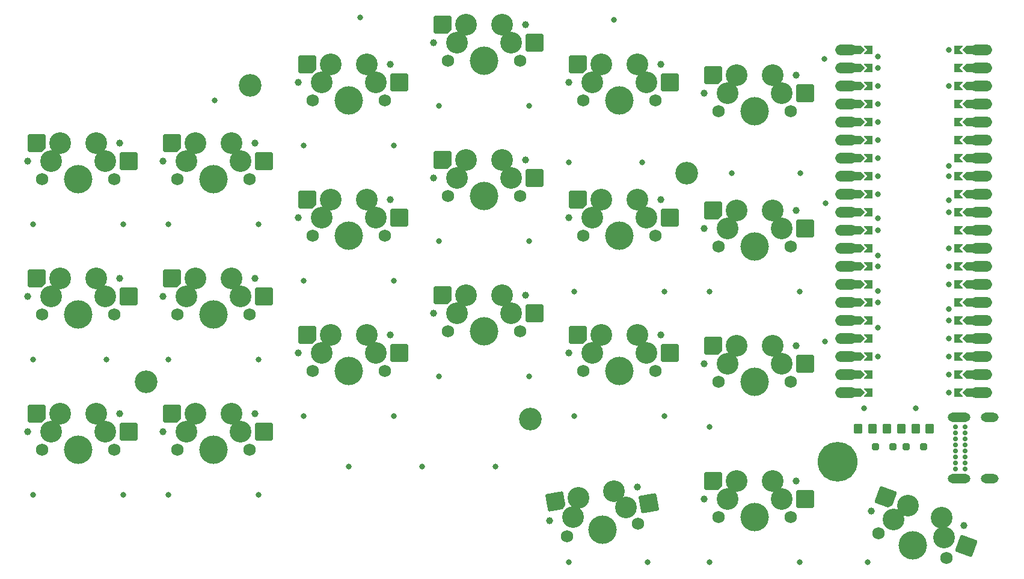
<source format=gts>
%TF.GenerationSoftware,KiCad,Pcbnew,8.0.1*%
%TF.CreationDate,2024-04-05T15:46:44+03:00*%
%TF.ProjectId,dedekind,64656465-6b69-46e6-942e-6b696361645f,rev?*%
%TF.SameCoordinates,Original*%
%TF.FileFunction,Soldermask,Top*%
%TF.FilePolarity,Negative*%
%FSLAX46Y46*%
G04 Gerber Fmt 4.6, Leading zero omitted, Abs format (unit mm)*
G04 Created by KiCad (PCBNEW 8.0.1) date 2024-04-05 15:46:44*
%MOMM*%
%LPD*%
G01*
G04 APERTURE LIST*
G04 Aperture macros list*
%AMRoundRect*
0 Rectangle with rounded corners*
0 $1 Rounding radius*
0 $2 $3 $4 $5 $6 $7 $8 $9 X,Y pos of 4 corners*
0 Add a 4 corners polygon primitive as box body*
4,1,4,$2,$3,$4,$5,$6,$7,$8,$9,$2,$3,0*
0 Add four circle primitives for the rounded corners*
1,1,$1+$1,$2,$3*
1,1,$1+$1,$4,$5*
1,1,$1+$1,$6,$7*
1,1,$1+$1,$8,$9*
0 Add four rect primitives between the rounded corners*
20,1,$1+$1,$2,$3,$4,$5,0*
20,1,$1+$1,$4,$5,$6,$7,0*
20,1,$1+$1,$6,$7,$8,$9,0*
20,1,$1+$1,$8,$9,$2,$3,0*%
%AMFreePoly0*
4,1,18,-1.275000,1.000000,-1.255970,1.095671,-1.201777,1.176777,-1.120671,1.230970,-1.025000,1.250000,1.025000,1.250000,1.120671,1.230970,1.201777,1.176777,1.255970,1.095671,1.275000,1.000000,1.275000,-0.750000,0.775000,-1.250000,-1.025000,-1.250000,-1.120671,-1.230970,-1.201777,-1.176777,-1.255970,-1.095671,-1.275000,-1.000000,-1.275000,1.000000,-1.275000,1.000000,$1*%
%AMFreePoly1*
4,1,36,0.837070,0.744929,1.006515,0.704769,1.162132,0.626616,1.196235,0.598000,2.021600,0.598000,2.079451,0.576944,2.085240,0.571640,2.593240,0.063640,2.619258,0.007844,2.603324,-0.051622,2.593240,-0.063640,2.085240,-0.571640,2.029444,-0.597658,2.021600,-0.598000,1.196411,-0.598000,1.086599,-0.670224,0.922962,-0.729784,0.750000,-0.750000,0.000000,-0.750000,-0.750000,-0.750000,
-0.837070,-0.744929,-1.006515,-0.704769,-1.162132,-0.626616,-1.295530,-0.514681,-1.399519,-0.375000,-1.468492,-0.215102,-1.498731,-0.043609,-1.488606,0.130236,-1.438662,0.297060,-1.351592,0.447869,-1.232091,0.574533,-1.086599,0.670224,-0.922962,0.729784,-0.750000,0.750000,0.750000,0.750000,0.837070,0.744929,0.837070,0.744929,$1*%
%AMFreePoly2*
4,1,20,0.808779,0.580902,0.845106,0.530902,0.845106,0.469098,0.820711,0.429289,0.391422,0.000000,0.820711,-0.429289,0.848769,-0.484357,0.839101,-0.545399,0.795399,-0.589101,0.750000,-0.600000,-0.250000,-0.600000,-0.308779,-0.580902,-0.345106,-0.530902,-0.350000,-0.500000,-0.350000,0.500000,-0.330902,0.558779,-0.280902,0.595106,-0.250000,0.600000,0.750000,0.600000,0.808779,0.580902,
0.808779,0.580902,$1*%
G04 Aperture macros list end*
%ADD10C,1.750000*%
%ADD11C,3.050000*%
%ADD12C,4.000000*%
%ADD13C,1.000000*%
%ADD14RoundRect,0.250000X-1.025000X-1.000000X1.025000X-1.000000X1.025000X1.000000X-1.025000X1.000000X0*%
%ADD15FreePoly0,0.000000*%
%ADD16RoundRect,0.250000X-0.350000X-0.450000X0.350000X-0.450000X0.350000X0.450000X-0.350000X0.450000X0*%
%ADD17RoundRect,0.250000X0.350000X0.450000X-0.350000X0.450000X-0.350000X-0.450000X0.350000X-0.450000X0*%
%ADD18C,0.700000*%
%ADD19O,3.200000X1.300000*%
%ADD20O,2.500000X1.300000*%
%ADD21C,5.600000*%
%ADD22C,3.200000*%
%ADD23FreePoly1,0.000000*%
%ADD24FreePoly1,180.000000*%
%ADD25FreePoly2,0.000000*%
%ADD26FreePoly2,180.000000*%
%ADD27RoundRect,0.250000X0.250000X0.250000X-0.250000X0.250000X-0.250000X-0.250000X0.250000X-0.250000X0*%
%ADD28RoundRect,0.250000X-0.835780X-1.162797X1.183076X-0.806818X0.835780X1.162797X-1.183076X0.806818X0*%
%ADD29FreePoly0,10.000000*%
%ADD30RoundRect,0.250000X-1.305205X-0.589122X0.621165X-1.290263X1.305205X0.589122X-0.621165X1.290263X0*%
%ADD31FreePoly0,340.000000*%
%ADD32C,0.800000*%
G04 APERTURE END LIST*
D10*
%TO.C,SW16*%
X139382500Y-97631250D03*
X139382500Y-97631250D03*
D11*
X140652500Y-95091250D03*
X141922500Y-92551250D03*
D12*
X144462500Y-97631250D03*
D11*
X147002500Y-92551250D03*
X148272500Y-95091250D03*
D10*
X149542500Y-97631250D03*
X149542500Y-97631250D03*
D13*
X150304500Y-92551250D03*
X151547500Y-95091250D03*
D14*
X151547500Y-95091250D03*
D13*
X137377500Y-95091250D03*
X138620500Y-92551250D03*
D15*
X138620500Y-92551250D03*
%TD*%
D10*
%TO.C,SW4*%
X139382500Y-59531250D03*
X139382500Y-59531250D03*
D11*
X140652500Y-56991250D03*
X141922500Y-54451250D03*
D12*
X144462500Y-59531250D03*
D11*
X147002500Y-54451250D03*
X148272500Y-56991250D03*
D10*
X149542500Y-59531250D03*
X149542500Y-59531250D03*
D13*
X150304500Y-54451250D03*
X151547500Y-56991250D03*
D14*
X151547500Y-56991250D03*
D13*
X137377500Y-56991250D03*
X138620500Y-54451250D03*
D15*
X138620500Y-54451250D03*
%TD*%
D16*
%TO.C,JP1*%
X203216000Y-111379000D03*
X205216000Y-111379000D03*
D17*
X207216000Y-111379000D03*
%TD*%
D18*
%TO.C,J1*%
X210850000Y-117021000D03*
X210850000Y-116171000D03*
X210850000Y-115321000D03*
X210850000Y-114471000D03*
X210850000Y-113621000D03*
X210850000Y-112771000D03*
X210850000Y-111921000D03*
X210850000Y-111071000D03*
X212200000Y-111071000D03*
X212200000Y-111921000D03*
X212200000Y-112771000D03*
X212200000Y-113621000D03*
X212200000Y-114471000D03*
X212200000Y-115321000D03*
X212200000Y-116171000D03*
X212200000Y-117021000D03*
D19*
X211350000Y-118366000D03*
D20*
X215675000Y-118366000D03*
D19*
X211350000Y-109726000D03*
D20*
X215675000Y-109726000D03*
%TD*%
D10*
%TO.C,SW5*%
X158432500Y-65087500D03*
X158432500Y-65087500D03*
D11*
X159702500Y-62547500D03*
X160972500Y-60007500D03*
D12*
X163512500Y-65087500D03*
D11*
X166052500Y-60007500D03*
X167322500Y-62547500D03*
D10*
X168592500Y-65087500D03*
X168592500Y-65087500D03*
D13*
X169354500Y-60007500D03*
X170597500Y-62547500D03*
D14*
X170597500Y-62547500D03*
D13*
X156427500Y-62547500D03*
X157670500Y-60007500D03*
D15*
X157670500Y-60007500D03*
%TD*%
D10*
%TO.C,SW1*%
X82232500Y-76200000D03*
X82232500Y-76200000D03*
D11*
X83502500Y-73660000D03*
X84772500Y-71120000D03*
D12*
X87312500Y-76200000D03*
D11*
X89852500Y-71120000D03*
X91122500Y-73660000D03*
D10*
X92392500Y-76200000D03*
X92392500Y-76200000D03*
D13*
X93154500Y-71120000D03*
X94397500Y-73660000D03*
D14*
X94397500Y-73660000D03*
D13*
X80227500Y-73660000D03*
X81470500Y-71120000D03*
D15*
X81470500Y-71120000D03*
%TD*%
D10*
%TO.C,SW15*%
X120332500Y-103187500D03*
X120332500Y-103187500D03*
D11*
X121602500Y-100647500D03*
X122872500Y-98107500D03*
D12*
X125412500Y-103187500D03*
D11*
X127952500Y-98107500D03*
X129222500Y-100647500D03*
D10*
X130492500Y-103187500D03*
X130492500Y-103187500D03*
D13*
X131254500Y-98107500D03*
X132497500Y-100647500D03*
D14*
X132497500Y-100647500D03*
D13*
X118327500Y-100647500D03*
X119570500Y-98107500D03*
D15*
X119570500Y-98107500D03*
%TD*%
D10*
%TO.C,SW6*%
X177482500Y-66675000D03*
X177482500Y-66675000D03*
D11*
X178752500Y-64135000D03*
X180022500Y-61595000D03*
D12*
X182562500Y-66675000D03*
D11*
X185102500Y-61595000D03*
X186372500Y-64135000D03*
D10*
X187642500Y-66675000D03*
X187642500Y-66675000D03*
D13*
X188404500Y-61595000D03*
X189647500Y-64135000D03*
D14*
X189647500Y-64135000D03*
D13*
X175477500Y-64135000D03*
X176720500Y-61595000D03*
D15*
X176720500Y-61595000D03*
%TD*%
D21*
%TO.C,H5*%
X194200000Y-116000000D03*
%TD*%
D22*
%TO.C,H4*%
X151000000Y-110000000D03*
%TD*%
D10*
%TO.C,SW18*%
X177482500Y-104775000D03*
X177482500Y-104775000D03*
D11*
X178752500Y-102235000D03*
X180022500Y-99695000D03*
D12*
X182562500Y-104775000D03*
D11*
X185102500Y-99695000D03*
X186372500Y-102235000D03*
D10*
X187642500Y-104775000D03*
X187642500Y-104775000D03*
D13*
X188404500Y-99695000D03*
X189647500Y-102235000D03*
D14*
X189647500Y-102235000D03*
D13*
X175477500Y-102235000D03*
X176720500Y-99695000D03*
D15*
X176720500Y-99695000D03*
%TD*%
D23*
%TO.C,U1*%
X195382091Y-58042727D03*
X195382091Y-60582727D03*
X195382091Y-63122727D03*
X195382091Y-65662727D03*
X195382091Y-68202727D03*
X195382091Y-70742727D03*
X195382091Y-73282727D03*
X195382091Y-75822727D03*
X195382091Y-78362727D03*
X195382091Y-80902727D03*
X195382091Y-83442727D03*
X195382091Y-85982727D03*
X195382091Y-88522727D03*
X195382091Y-91062727D03*
X195382091Y-93602727D03*
X195382091Y-96142727D03*
X195382091Y-98682727D03*
X195382091Y-101222727D03*
X195382091Y-103762727D03*
X195382091Y-106302727D03*
D24*
X214462091Y-58042727D03*
X214462091Y-60582727D03*
X214462091Y-63122727D03*
X214462091Y-65662727D03*
X214462091Y-68202727D03*
X214462091Y-70742727D03*
X214462091Y-73282727D03*
X214462091Y-75822727D03*
X214462091Y-78362727D03*
X214462091Y-80902727D03*
X214462091Y-83442727D03*
X214462091Y-85982727D03*
X214462091Y-88522727D03*
X214462091Y-91062727D03*
X214462091Y-93602727D03*
X214462091Y-96142727D03*
X214462091Y-98682727D03*
X214462091Y-101222727D03*
X214462091Y-103762727D03*
X214462091Y-106302727D03*
D25*
X211018091Y-58042727D03*
X211018091Y-60582727D03*
X211018091Y-63122727D03*
X211018091Y-65662727D03*
X211018091Y-68202727D03*
X211018091Y-70742727D03*
X211018091Y-73282727D03*
X211018091Y-75822727D03*
X211018091Y-78362727D03*
X211018091Y-80902727D03*
X211018091Y-83442727D03*
X211018091Y-85982727D03*
X211018091Y-88522727D03*
X211018091Y-91062727D03*
X211018091Y-93602727D03*
X211018091Y-96142727D03*
X211018091Y-98682727D03*
X211018091Y-101222727D03*
X211018091Y-103762727D03*
X211018091Y-106302727D03*
D26*
X198826091Y-106302727D03*
X198826091Y-103762727D03*
X198826091Y-101222727D03*
X198826091Y-98682727D03*
X198826091Y-96142727D03*
X198826091Y-93602727D03*
X198826091Y-91062727D03*
X198826091Y-88522727D03*
X198826091Y-85982727D03*
X198826091Y-83442727D03*
X198826091Y-80902727D03*
X198826091Y-78362727D03*
X198826091Y-75822727D03*
X198826091Y-73282727D03*
X198826091Y-70742727D03*
X198826091Y-68202727D03*
X198826091Y-65662727D03*
X198826091Y-63122727D03*
X198826091Y-60582727D03*
X198826091Y-58042727D03*
%TD*%
D10*
%TO.C,SW3*%
X120332500Y-65087500D03*
X120332500Y-65087500D03*
D11*
X121602500Y-62547500D03*
X122872500Y-60007500D03*
D12*
X125412500Y-65087500D03*
D11*
X127952500Y-60007500D03*
X129222500Y-62547500D03*
D10*
X130492500Y-65087500D03*
X130492500Y-65087500D03*
D13*
X131254500Y-60007500D03*
X132497500Y-62547500D03*
D14*
X132497500Y-62547500D03*
D13*
X118327500Y-62547500D03*
X119570500Y-60007500D03*
D15*
X119570500Y-60007500D03*
%TD*%
D10*
%TO.C,SW17*%
X158432500Y-103187500D03*
X158432500Y-103187500D03*
D11*
X159702500Y-100647500D03*
X160972500Y-98107500D03*
D12*
X163512500Y-103187500D03*
D11*
X166052500Y-98107500D03*
X167322500Y-100647500D03*
D10*
X168592500Y-103187500D03*
X168592500Y-103187500D03*
D13*
X169354500Y-98107500D03*
X170597500Y-100647500D03*
D14*
X170597500Y-100647500D03*
D13*
X156427500Y-100647500D03*
X157670500Y-98107500D03*
D15*
X157670500Y-98107500D03*
%TD*%
D10*
%TO.C,SW13*%
X82232500Y-114300000D03*
X82232500Y-114300000D03*
D11*
X83502500Y-111760000D03*
X84772500Y-109220000D03*
D12*
X87312500Y-114300000D03*
D11*
X89852500Y-109220000D03*
X91122500Y-111760000D03*
D10*
X92392500Y-114300000D03*
X92392500Y-114300000D03*
D13*
X93154500Y-109220000D03*
X94397500Y-111760000D03*
D14*
X94397500Y-111760000D03*
D13*
X80227500Y-111760000D03*
X81470500Y-109220000D03*
D15*
X81470500Y-109220000D03*
%TD*%
D10*
%TO.C,SW8*%
X101282500Y-95250000D03*
X101282500Y-95250000D03*
D11*
X102552500Y-92710000D03*
X103822500Y-90170000D03*
D12*
X106362500Y-95250000D03*
D11*
X108902500Y-90170000D03*
X110172500Y-92710000D03*
D10*
X111442500Y-95250000D03*
X111442500Y-95250000D03*
D13*
X112204500Y-90170000D03*
X113447500Y-92710000D03*
D14*
X113447500Y-92710000D03*
D13*
X99277500Y-92710000D03*
X100520500Y-90170000D03*
D15*
X100520500Y-90170000D03*
%TD*%
D10*
%TO.C,SW11*%
X158432500Y-84137500D03*
X158432500Y-84137500D03*
D11*
X159702500Y-81597500D03*
X160972500Y-79057500D03*
D12*
X163512500Y-84137500D03*
D11*
X166052500Y-79057500D03*
X167322500Y-81597500D03*
D10*
X168592500Y-84137500D03*
X168592500Y-84137500D03*
D13*
X169354500Y-79057500D03*
X170597500Y-81597500D03*
D14*
X170597500Y-81597500D03*
D13*
X156427500Y-81597500D03*
X157670500Y-79057500D03*
D15*
X157670500Y-79057500D03*
%TD*%
D22*
%TO.C,H2*%
X111500000Y-63000000D03*
%TD*%
D10*
%TO.C,SW2*%
X101282500Y-76200000D03*
X101282500Y-76200000D03*
D11*
X102552500Y-73660000D03*
X103822500Y-71120000D03*
D12*
X106362500Y-76200000D03*
D11*
X108902500Y-71120000D03*
X110172500Y-73660000D03*
D10*
X111442500Y-76200000D03*
X111442500Y-76200000D03*
D13*
X112204500Y-71120000D03*
X113447500Y-73660000D03*
D14*
X113447500Y-73660000D03*
D13*
X99277500Y-73660000D03*
X100520500Y-71120000D03*
D15*
X100520500Y-71120000D03*
%TD*%
D27*
%TO.C,D2*%
X206355000Y-113919000D03*
X203855000Y-113919000D03*
%TD*%
D10*
%TO.C,SW9*%
X120332500Y-84137500D03*
X120332500Y-84137500D03*
D11*
X121602500Y-81597500D03*
X122872500Y-79057500D03*
D12*
X125412500Y-84137500D03*
D11*
X127952500Y-79057500D03*
X129222500Y-81597500D03*
D10*
X130492500Y-84137500D03*
X130492500Y-84137500D03*
D13*
X131254500Y-79057500D03*
X132497500Y-81597500D03*
D14*
X132497500Y-81597500D03*
D13*
X118327500Y-81597500D03*
X119570500Y-79057500D03*
D15*
X119570500Y-79057500D03*
%TD*%
D10*
%TO.C,SW12*%
X177482500Y-85725000D03*
X177482500Y-85725000D03*
D11*
X178752500Y-83185000D03*
X180022500Y-80645000D03*
D12*
X182562500Y-85725000D03*
D11*
X185102500Y-80645000D03*
X186372500Y-83185000D03*
D10*
X187642500Y-85725000D03*
X187642500Y-85725000D03*
D13*
X188404500Y-80645000D03*
X189647500Y-83185000D03*
D14*
X189647500Y-83185000D03*
D13*
X175477500Y-83185000D03*
X176720500Y-80645000D03*
D15*
X176720500Y-80645000D03*
%TD*%
D10*
%TO.C,SW19*%
X156128427Y-126492133D03*
X156128427Y-126492133D03*
D11*
X156938066Y-123770188D03*
X157747706Y-121048243D03*
D12*
X161131250Y-125610000D03*
D11*
X162750529Y-120166110D03*
X164442301Y-122446989D03*
D10*
X166134073Y-124727867D03*
X166134073Y-124727867D03*
D13*
X166002364Y-119592724D03*
X167667547Y-121878291D03*
D28*
X167667547Y-121878291D03*
D13*
X153712821Y-124338886D03*
X154495870Y-121621629D03*
D29*
X154495870Y-121621629D03*
%TD*%
D10*
%TO.C,SW20*%
X177482500Y-123825000D03*
X177482500Y-123825000D03*
D11*
X178752500Y-121285000D03*
X180022500Y-118745000D03*
D12*
X182562500Y-123825000D03*
D11*
X185102500Y-118745000D03*
X186372500Y-121285000D03*
D10*
X187642500Y-123825000D03*
X187642500Y-123825000D03*
D13*
X188404500Y-118745000D03*
X189647500Y-121285000D03*
D14*
X189647500Y-121285000D03*
D13*
X175477500Y-121285000D03*
X176720500Y-118745000D03*
D15*
X176720500Y-118745000D03*
%TD*%
D27*
%TO.C,D1*%
X202037000Y-113919000D03*
X199537000Y-113919000D03*
%TD*%
D10*
%TO.C,SW14*%
X101282500Y-114300000D03*
X101282500Y-114300000D03*
D11*
X102552500Y-111760000D03*
X103822500Y-109220000D03*
D12*
X106362500Y-114300000D03*
D11*
X108902500Y-109220000D03*
X110172500Y-111760000D03*
D10*
X111442500Y-114300000D03*
X111442500Y-114300000D03*
D13*
X112204500Y-109220000D03*
X113447500Y-111760000D03*
D14*
X113447500Y-111760000D03*
D13*
X99277500Y-111760000D03*
X100520500Y-109220000D03*
D15*
X100520500Y-109220000D03*
%TD*%
D17*
%TO.C,JP2*%
X201152000Y-111379000D03*
X199152000Y-111379000D03*
D16*
X197152000Y-111379000D03*
%TD*%
D10*
%TO.C,SW10*%
X139382500Y-78581250D03*
X139382500Y-78581250D03*
D11*
X140652500Y-76041250D03*
X141922500Y-73501250D03*
D12*
X144462500Y-78581250D03*
D11*
X147002500Y-73501250D03*
X148272500Y-76041250D03*
D10*
X149542500Y-78581250D03*
X149542500Y-78581250D03*
D13*
X150304500Y-73501250D03*
X151547500Y-76041250D03*
D14*
X151547500Y-76041250D03*
D13*
X137377500Y-76041250D03*
X138620500Y-73501250D03*
D15*
X138620500Y-73501250D03*
%TD*%
D22*
%TO.C,H1*%
X173000000Y-75400000D03*
%TD*%
D10*
%TO.C,SW21*%
X200013861Y-126056288D03*
X200013861Y-126056288D03*
D11*
X202076002Y-124103834D03*
X204138143Y-122151380D03*
D12*
X204787500Y-127793750D03*
D11*
X208911783Y-123888843D03*
X209236460Y-126710027D03*
D10*
X209561139Y-129531212D03*
X209561139Y-129531212D03*
D13*
X212014647Y-125018193D03*
X212313952Y-127830143D03*
D30*
X212313952Y-127830143D03*
D13*
X198998509Y-122983718D03*
X201035278Y-121022030D03*
D31*
X201035278Y-121022030D03*
%TD*%
D22*
%TO.C,H3*%
X96837500Y-104775000D03*
%TD*%
D10*
%TO.C,SW7*%
X82232500Y-95250000D03*
X82232500Y-95250000D03*
D11*
X83502500Y-92710000D03*
X84772500Y-90170000D03*
D12*
X87312500Y-95250000D03*
D11*
X89852500Y-90170000D03*
X91122500Y-92710000D03*
D10*
X92392500Y-95250000D03*
X92392500Y-95250000D03*
D13*
X93154500Y-90170000D03*
X94397500Y-92710000D03*
D14*
X94397500Y-92710000D03*
D13*
X80227500Y-92710000D03*
X81470500Y-90170000D03*
D15*
X81470500Y-90170000D03*
%TD*%
D32*
X199898000Y-58928000D03*
X199898000Y-60579000D03*
X192372091Y-59297727D03*
X199898000Y-65659000D03*
X188912500Y-130175000D03*
X209931000Y-101219000D03*
X150812500Y-103981250D03*
X199898000Y-88519000D03*
X106500000Y-65100000D03*
X125412500Y-116681250D03*
X119062500Y-109537500D03*
X119062500Y-71437500D03*
X131762500Y-71437500D03*
X112712500Y-82550000D03*
X209931000Y-88510727D03*
X198437500Y-130175000D03*
X100012500Y-120650000D03*
X112712500Y-120650000D03*
X205232000Y-108458000D03*
X146050000Y-116681250D03*
X80962500Y-120650000D03*
X157162500Y-109537500D03*
X93662500Y-120650000D03*
X199898000Y-75819000D03*
X119062500Y-90487500D03*
X209931000Y-63119000D03*
X138112500Y-65881250D03*
X138112500Y-84931250D03*
X179324000Y-75406250D03*
X169862500Y-109537500D03*
X80962500Y-82550000D03*
X176212500Y-92075000D03*
X80962500Y-101600000D03*
X197993000Y-108458000D03*
X199898000Y-63119000D03*
X150812500Y-84931250D03*
X209931000Y-75819000D03*
X100012500Y-82550000D03*
X199898000Y-101219000D03*
X112712500Y-101600000D03*
X131762500Y-90487500D03*
X100012500Y-101600000D03*
X167481250Y-130175000D03*
X156368750Y-130175000D03*
X169862500Y-92075000D03*
X156368750Y-73818750D03*
X166687500Y-73818750D03*
X127000000Y-53400000D03*
X135731250Y-116681250D03*
X188976000Y-75406250D03*
X162718750Y-53800000D03*
X150812500Y-65881250D03*
X176212500Y-130175000D03*
X157162500Y-92075000D03*
X188912500Y-92075000D03*
X176212500Y-111125000D03*
X91281250Y-101600000D03*
X131762500Y-109537500D03*
X138112500Y-103981250D03*
X93662500Y-82550000D03*
X199898000Y-73279000D03*
X199898000Y-70739000D03*
X199898000Y-68199000D03*
X209931000Y-74321118D03*
X199898000Y-78359000D03*
X209905863Y-79197727D03*
X199898000Y-81699000D03*
X192500000Y-79600000D03*
X209931000Y-80890727D03*
X199898000Y-83439000D03*
X209931000Y-85979000D03*
X199898000Y-86995000D03*
X209931000Y-91050727D03*
X209931000Y-106299000D03*
X209931000Y-103759000D03*
X209931000Y-94488000D03*
X199898000Y-93599000D03*
X199898000Y-91948000D03*
X209931000Y-96130727D03*
X192481686Y-99098686D03*
X199898000Y-97138888D03*
X209931000Y-98679000D03*
X209931000Y-58039000D03*
M02*

</source>
